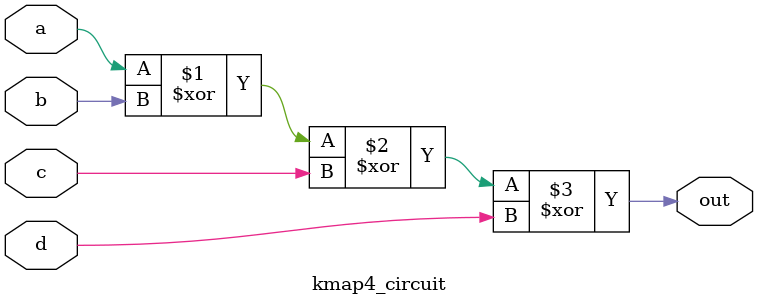
<source format=v>
module kmap4_circuit(
   input a,
   input b,
   input c,
   input d,
   output out  
); 
	assign out = a^b^c^d;
endmodule 
</source>
